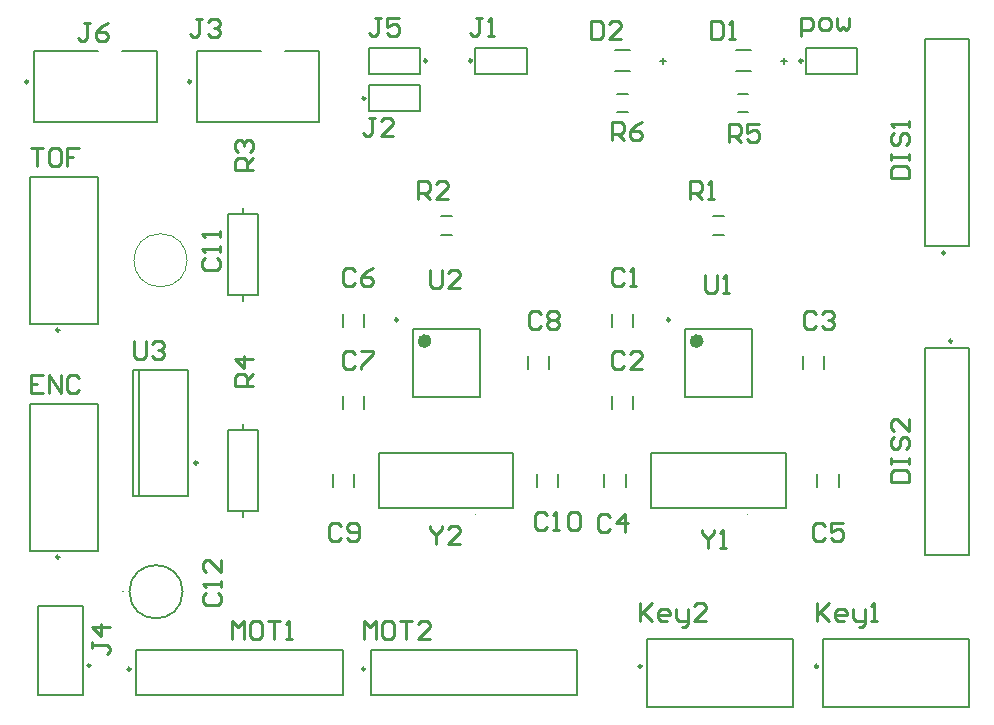
<source format=gto>
G04*
G04 #@! TF.GenerationSoftware,Altium Limited,Altium Designer,22.1.2 (22)*
G04*
G04 Layer_Color=65535*
%FSLAX25Y25*%
%MOIN*%
G70*
G04*
G04 #@! TF.SameCoordinates,E16E6B7E-0D5A-4F64-8BAA-C1CDB9B7C18E*
G04*
G04*
G04 #@! TF.FilePolarity,Positive*
G04*
G01*
G75*
%ADD10C,0.00984*%
%ADD11C,0.00394*%
%ADD12C,0.02362*%
%ADD13C,0.00787*%
%ADD14C,0.01000*%
D10*
X10680Y223108D02*
G03*
X10680Y223108I-492J0D01*
G01*
X318660Y136667D02*
G03*
X318660Y136667I-492J0D01*
G01*
X224565Y143754D02*
G03*
X224565Y143754I-492J0D01*
G01*
X64963Y223108D02*
G03*
X64963Y223108I-492J0D01*
G01*
X133883Y143754D02*
G03*
X133883Y143754I-492J0D01*
G01*
X123075Y217594D02*
G03*
X123075Y217594I-492J0D01*
G01*
X143548Y230108D02*
G03*
X143548Y230108I-492J0D01*
G01*
X268808D02*
G03*
X268808Y230108I-492J0D01*
G01*
X316298Y166037D02*
G03*
X316298Y166037I-492J0D01*
G01*
X44830Y27344D02*
G03*
X44830Y27344I-492J0D01*
G01*
X31453Y28525D02*
G03*
X31453Y28525I-492J0D01*
G01*
X67140Y96108D02*
G03*
X67140Y96108I-492J0D01*
G01*
X21069Y64677D02*
G03*
X21069Y64677I-492J0D01*
G01*
X122987Y27344D02*
G03*
X122987Y27344I-492J0D01*
G01*
X215175Y28230D02*
G03*
X215175Y28230I-492J0D01*
G01*
X273975D02*
G03*
X273975Y28230I-492J0D01*
G01*
X21069Y140334D02*
G03*
X21069Y140334I-492J0D01*
G01*
X158562Y230108D02*
G03*
X158562Y230108I-492J0D01*
G01*
D11*
X250411Y79084D02*
G03*
X250411Y78691I0J-197D01*
G01*
D02*
G03*
X250411Y79084I0J197D01*
G01*
X159730D02*
G03*
X159730Y78691I0J-197D01*
G01*
D02*
G03*
X159730Y79084I0J197D01*
G01*
X54806Y154750D02*
G03*
X54806Y172466I0J8858D01*
G01*
D02*
G03*
X54806Y154750I0J-8858D01*
G01*
X42006Y53108D02*
G03*
X42400Y53108I197J0D01*
G01*
D02*
G03*
X42006Y53108I-197J0D01*
G01*
D12*
X234703Y136667D02*
G03*
X234703Y136667I-1181J0D01*
G01*
X144021D02*
G03*
X144021Y136667I-1181J0D01*
G01*
D13*
X44447Y53108D02*
G03*
X62164Y53108I8858J0D01*
G01*
D02*
G03*
X44447Y53108I-8858J0D01*
G01*
X53495Y209722D02*
Y233502D01*
X12550D02*
X34086D01*
X41960D02*
X53495D01*
X12550Y209722D02*
Y233502D01*
Y209722D02*
X53495D01*
X218462Y99261D02*
X263148D01*
X218462Y80954D02*
Y99261D01*
Y80954D02*
X263148D01*
Y99261D01*
X309506Y134305D02*
X324467D01*
X309506Y65407D02*
Y134305D01*
Y65407D02*
X324467D01*
Y134305D01*
X229585Y118163D02*
X252026D01*
X229585Y140604D02*
X252026D01*
Y118163D02*
Y140604D01*
X229585Y118163D02*
Y140604D01*
X107778Y209722D02*
Y233502D01*
X66833D02*
X88369D01*
X96243D02*
X107778D01*
X66833Y209722D02*
Y233502D01*
Y209722D02*
X107778D01*
X138903Y118163D02*
X161344D01*
X138903Y140604D02*
X161344D01*
Y118163D02*
Y140604D01*
X138903Y118163D02*
Y140604D01*
X247274Y219159D02*
X250802D01*
X247274Y213057D02*
X250802D01*
X207042D02*
X210570D01*
X207042Y219159D02*
X210570D01*
X124257Y213263D02*
Y221925D01*
Y213263D02*
X141383D01*
Y221925D01*
X124257D02*
X141383D01*
Y225777D02*
Y234439D01*
X124257D02*
X141383D01*
X124257Y225777D02*
Y234439D01*
Y225777D02*
X141383D01*
X127781Y99261D02*
X172466D01*
X127781Y80954D02*
Y99261D01*
Y80954D02*
X172466D01*
Y99261D01*
X119458Y87943D02*
Y92273D01*
X112372Y87943D02*
Y92273D01*
X187349Y87943D02*
Y92273D01*
X180262Y87943D02*
Y92273D01*
X205262Y113943D02*
Y118273D01*
X212349Y113943D02*
Y118273D01*
X205262Y141490D02*
Y145821D01*
X212349Y141490D02*
Y145821D01*
X148155Y172131D02*
X152092D01*
X148155Y178430D02*
X152092D01*
X209849Y87943D02*
Y92273D01*
X202762Y87943D02*
Y92273D01*
X269989Y225777D02*
Y234439D01*
Y225777D02*
X287115D01*
Y234439D01*
X269989D02*
X287115D01*
X82306Y149869D02*
Y152133D01*
Y178904D02*
Y181168D01*
X77188Y178904D02*
X87424D01*
X77188Y152133D02*
Y178904D01*
Y152133D02*
X87424D01*
Y178904D01*
X82306Y77866D02*
Y80129D01*
Y106901D02*
Y109165D01*
X77188Y106901D02*
X87424D01*
X77188Y80129D02*
Y106901D01*
Y80129D02*
X87424D01*
Y106901D01*
X222290Y229124D02*
Y231092D01*
X221306Y230108D02*
X223274D01*
X206345Y233651D02*
X211266D01*
X206345Y226565D02*
X211266D01*
X262522Y229124D02*
Y231092D01*
X261538Y230108D02*
X263506D01*
X246577Y233651D02*
X251499D01*
X246577Y226565D02*
X251499D01*
X115529Y141490D02*
Y145821D01*
X122616Y141490D02*
Y145821D01*
X309506Y168399D02*
X324467D01*
Y237297D01*
X309506D02*
X324467D01*
X309506Y168399D02*
Y237297D01*
X46700Y18683D02*
Y33643D01*
Y18683D02*
X115598D01*
Y33643D01*
X46700D02*
X115598D01*
X14130Y18683D02*
X29091D01*
Y48210D01*
X14130D02*
X29091D01*
X14130Y18683D02*
Y48210D01*
X47554Y85045D02*
Y127171D01*
X45585Y85045D02*
Y127171D01*
X64089Y85045D02*
Y127171D01*
X45585Y85045D02*
X64089D01*
X45585Y127171D02*
X64089D01*
X11325Y115661D02*
X33963D01*
X11325Y66842D02*
Y115661D01*
Y66842D02*
X33963D01*
Y115661D01*
X124857Y18683D02*
Y33643D01*
Y18683D02*
X193754D01*
Y33643D01*
X124857D02*
X193754D01*
X265667Y14844D02*
Y37482D01*
X216848D02*
X265667D01*
X216848Y14844D02*
Y37482D01*
Y14844D02*
X265667D01*
X324467D02*
Y37482D01*
X275648D02*
X324467D01*
X275648Y14844D02*
Y37482D01*
Y14844D02*
X324467D01*
X11325Y191319D02*
X33963D01*
X11325Y142500D02*
Y191319D01*
Y142500D02*
X33963D01*
Y191319D01*
X115529Y113943D02*
Y118273D01*
X122616Y113943D02*
Y118273D01*
X177320Y127218D02*
Y131549D01*
X184407Y127218D02*
Y131549D01*
X280849Y87943D02*
Y92273D01*
X273762Y87943D02*
Y92273D01*
X159743Y225777D02*
Y234439D01*
Y225777D02*
X176869D01*
Y234439D01*
X159743D02*
X176869D01*
X238837Y172131D02*
X242774D01*
X238837Y178430D02*
X242774D01*
X269000Y127218D02*
Y131549D01*
X276087Y127218D02*
Y131549D01*
D14*
X268334Y238201D02*
Y244199D01*
X271333D01*
X272333Y243199D01*
Y241200D01*
X271333Y240200D01*
X268334D01*
X275332D02*
X277331D01*
X278331Y241200D01*
Y243199D01*
X277331Y244199D01*
X275332D01*
X274332Y243199D01*
Y241200D01*
X275332Y240200D01*
X280330Y244199D02*
Y241200D01*
X281330Y240200D01*
X282330Y241200D01*
X283329Y240200D01*
X284329Y241200D01*
Y244199D01*
X205307Y203609D02*
Y209607D01*
X208306D01*
X209306Y208607D01*
Y206608D01*
X208306Y205608D01*
X205307D01*
X207307D02*
X209306Y203609D01*
X215304Y209607D02*
X213305Y208607D01*
X211305Y206608D01*
Y204609D01*
X212305Y203609D01*
X214304D01*
X215304Y204609D01*
Y205608D01*
X214304Y206608D01*
X211305D01*
X244307Y203109D02*
Y209107D01*
X247306D01*
X248306Y208107D01*
Y206108D01*
X247306Y205108D01*
X244307D01*
X246306D02*
X248306Y203109D01*
X254304Y209107D02*
X250305D01*
Y206108D01*
X252305Y207108D01*
X253304D01*
X254304Y206108D01*
Y204109D01*
X253304Y203109D01*
X251305D01*
X250305Y204109D01*
X198234Y243398D02*
Y237400D01*
X201233D01*
X202233Y238400D01*
Y242399D01*
X201233Y243398D01*
X198234D01*
X208231Y237400D02*
X204232D01*
X208231Y241399D01*
Y242399D01*
X207231Y243398D01*
X205232D01*
X204232Y242399D01*
X238434Y243398D02*
Y237400D01*
X241433D01*
X242433Y238400D01*
Y242399D01*
X241433Y243398D01*
X238434D01*
X244432Y237400D02*
X246431D01*
X245432D01*
Y243398D01*
X244432Y242399D01*
X46134Y136698D02*
Y131700D01*
X47134Y130700D01*
X49133D01*
X50133Y131700D01*
Y136698D01*
X52132Y135698D02*
X53132Y136698D01*
X55131D01*
X56131Y135698D01*
Y134699D01*
X55131Y133699D01*
X54132D01*
X55131D01*
X56131Y132699D01*
Y131700D01*
X55131Y130700D01*
X53132D01*
X52132Y131700D01*
X85576Y121568D02*
X79578D01*
Y124567D01*
X80578Y125567D01*
X82577D01*
X83577Y124567D01*
Y121568D01*
Y123568D02*
X85576Y125567D01*
Y130566D02*
X79578D01*
X82577Y127567D01*
Y131565D01*
X85602Y193844D02*
X79604D01*
Y196843D01*
X80604Y197842D01*
X82603D01*
X83603Y196843D01*
Y193844D01*
Y195843D02*
X85602Y197842D01*
X80604Y199842D02*
X79604Y200841D01*
Y202841D01*
X80604Y203840D01*
X81604D01*
X82603Y202841D01*
Y201841D01*
Y202841D01*
X83603Y203840D01*
X84603D01*
X85602Y202841D01*
Y200841D01*
X84603Y199842D01*
X32112Y36447D02*
Y34448D01*
Y35447D01*
X37110D01*
X38110Y34448D01*
Y33448D01*
X37110Y32448D01*
X38110Y41445D02*
X32112D01*
X35111Y38446D01*
Y42445D01*
X70119Y52609D02*
X69119Y51609D01*
Y49610D01*
X70119Y48610D01*
X74118D01*
X75117Y49610D01*
Y51609D01*
X74118Y52609D01*
X75117Y54609D02*
Y56608D01*
Y55608D01*
X69119D01*
X70119Y54609D01*
X75117Y63606D02*
Y59607D01*
X71118Y63606D01*
X70119D01*
X69119Y62606D01*
Y60607D01*
X70119Y59607D01*
X69800Y164498D02*
X68800Y163498D01*
Y161499D01*
X69800Y160499D01*
X73799D01*
X74799Y161499D01*
Y163498D01*
X73799Y164498D01*
X74799Y166497D02*
Y168496D01*
Y167497D01*
X68800D01*
X69800Y166497D01*
X74799Y171495D02*
Y173495D01*
Y172495D01*
X68800D01*
X69800Y171495D01*
X122534Y37439D02*
Y43437D01*
X124533Y41437D01*
X126533Y43437D01*
Y37439D01*
X131531Y43437D02*
X129532D01*
X128532Y42437D01*
Y38438D01*
X129532Y37439D01*
X131531D01*
X132531Y38438D01*
Y42437D01*
X131531Y43437D01*
X134530D02*
X138529D01*
X136530D01*
Y37439D01*
X144527D02*
X140528D01*
X144527Y41437D01*
Y42437D01*
X143527Y43437D01*
X141528D01*
X140528Y42437D01*
X78809Y37295D02*
Y43293D01*
X80808Y41294D01*
X82807Y43293D01*
Y37295D01*
X87806Y43293D02*
X85807D01*
X84807Y42294D01*
Y38295D01*
X85807Y37295D01*
X87806D01*
X88806Y38295D01*
Y42294D01*
X87806Y43293D01*
X90805D02*
X94804D01*
X92804D01*
Y37295D01*
X96803D02*
X98802D01*
X97803D01*
Y43293D01*
X96803Y42294D01*
X15533Y125398D02*
X11534D01*
Y119400D01*
X15533D01*
X11534Y122399D02*
X13533D01*
X17532Y119400D02*
Y125398D01*
X21531Y119400D01*
Y125398D01*
X27529Y124398D02*
X26529Y125398D01*
X24530D01*
X23530Y124398D01*
Y120400D01*
X24530Y119400D01*
X26529D01*
X27529Y120400D01*
X214734Y49298D02*
Y43300D01*
Y45299D01*
X218733Y49298D01*
X215734Y46299D01*
X218733Y43300D01*
X223731D02*
X221732D01*
X220732Y44300D01*
Y46299D01*
X221732Y47299D01*
X223731D01*
X224731Y46299D01*
Y45299D01*
X220732D01*
X226730Y47299D02*
Y44300D01*
X227730Y43300D01*
X230729D01*
Y42300D01*
X229729Y41301D01*
X228730D01*
X230729Y43300D02*
Y47299D01*
X236727Y43300D02*
X232728D01*
X236727Y47299D01*
Y48298D01*
X235727Y49298D01*
X233728D01*
X232728Y48298D01*
X273534Y49298D02*
Y43300D01*
Y45299D01*
X277533Y49298D01*
X274534Y46299D01*
X277533Y43300D01*
X282531D02*
X280532D01*
X279532Y44300D01*
Y46299D01*
X280532Y47299D01*
X282531D01*
X283531Y46299D01*
Y45299D01*
X279532D01*
X285530Y47299D02*
Y44300D01*
X286530Y43300D01*
X289529D01*
Y42300D01*
X288529Y41301D01*
X287530D01*
X289529Y43300D02*
Y47299D01*
X291528Y43300D02*
X293528D01*
X292528D01*
Y49298D01*
X291528Y48298D01*
X11534Y201098D02*
X15533D01*
X13533D01*
Y195100D01*
X20531Y201098D02*
X18532D01*
X17532Y200098D01*
Y196100D01*
X18532Y195100D01*
X20531D01*
X21531Y196100D01*
Y200098D01*
X20531Y201098D01*
X27529D02*
X23530D01*
Y198099D01*
X25530D01*
X23530D01*
Y195100D01*
X298306Y89611D02*
X304305D01*
Y92610D01*
X303305Y93610D01*
X299306D01*
X298306Y92610D01*
Y89611D01*
Y95609D02*
Y97609D01*
Y96609D01*
X304305D01*
Y95609D01*
Y97609D01*
X299306Y104606D02*
X298306Y103607D01*
Y101608D01*
X299306Y100608D01*
X300306D01*
X301306Y101608D01*
Y103607D01*
X302305Y104606D01*
X303305D01*
X304305Y103607D01*
Y101608D01*
X303305Y100608D01*
X304305Y110605D02*
Y106606D01*
X300306Y110605D01*
X299306D01*
X298306Y109605D01*
Y107606D01*
X299306Y106606D01*
X298306Y191111D02*
X304305D01*
Y194110D01*
X303305Y195110D01*
X299306D01*
X298306Y194110D01*
Y191111D01*
Y197109D02*
Y199109D01*
Y198109D01*
X304305D01*
Y197109D01*
Y199109D01*
X299306Y206106D02*
X298306Y205107D01*
Y203107D01*
X299306Y202108D01*
X300306D01*
X301306Y203107D01*
Y205107D01*
X302305Y206106D01*
X303305D01*
X304305Y205107D01*
Y203107D01*
X303305Y202108D01*
X304305Y208106D02*
Y210105D01*
Y209105D01*
X298306D01*
X299306Y208106D01*
X144807Y75107D02*
Y74107D01*
X146807Y72108D01*
X148806Y74107D01*
Y75107D01*
X146807Y72108D02*
Y69109D01*
X154804D02*
X150805D01*
X154804Y73108D01*
Y74107D01*
X153804Y75107D01*
X151805D01*
X150805Y74107D01*
X144764Y160478D02*
Y155480D01*
X145764Y154480D01*
X147764D01*
X148763Y155480D01*
Y160478D01*
X154761Y154480D02*
X150763D01*
X154761Y158479D01*
Y159479D01*
X153762Y160478D01*
X151762D01*
X150763Y159479D01*
X140634Y183900D02*
Y189898D01*
X143633D01*
X144633Y188898D01*
Y186899D01*
X143633Y185899D01*
X140634D01*
X142633D02*
X144633Y183900D01*
X150631D02*
X146632D01*
X150631Y187899D01*
Y188898D01*
X149631Y189898D01*
X147632D01*
X146632Y188898D01*
X31306Y242607D02*
X29307D01*
X30306D01*
Y237609D01*
X29307Y236609D01*
X28307D01*
X27307Y237609D01*
X37304Y242607D02*
X35305Y241607D01*
X33305Y239608D01*
Y237609D01*
X34305Y236609D01*
X36304D01*
X37304Y237609D01*
Y238608D01*
X36304Y239608D01*
X33305D01*
X128433Y244220D02*
X126434D01*
X127433D01*
Y239222D01*
X126434Y238222D01*
X125434D01*
X124434Y239222D01*
X134431Y244220D02*
X130432D01*
Y241221D01*
X132431Y242221D01*
X133431D01*
X134431Y241221D01*
Y239222D01*
X133431Y238222D01*
X131432D01*
X130432Y239222D01*
X183807Y78607D02*
X182807Y79607D01*
X180808D01*
X179808Y78607D01*
Y74609D01*
X180808Y73609D01*
X182807D01*
X183807Y74609D01*
X185806Y73609D02*
X187805D01*
X186806D01*
Y79607D01*
X185806Y78607D01*
X190804D02*
X191804Y79607D01*
X193804D01*
X194803Y78607D01*
Y74609D01*
X193804Y73609D01*
X191804D01*
X190804Y74609D01*
Y78607D01*
X114915Y75107D02*
X113916Y76107D01*
X111916D01*
X110917Y75107D01*
Y71109D01*
X111916Y70109D01*
X113916D01*
X114915Y71109D01*
X116915D02*
X117914Y70109D01*
X119914D01*
X120914Y71109D01*
Y75107D01*
X119914Y76107D01*
X117914D01*
X116915Y75107D01*
Y74108D01*
X117914Y73108D01*
X120914D01*
X181533Y145638D02*
X180533Y146638D01*
X178534D01*
X177534Y145638D01*
Y141639D01*
X178534Y140639D01*
X180533D01*
X181533Y141639D01*
X183532Y145638D02*
X184532Y146638D01*
X186531D01*
X187531Y145638D01*
Y144638D01*
X186531Y143639D01*
X187531Y142639D01*
Y141639D01*
X186531Y140639D01*
X184532D01*
X183532Y141639D01*
Y142639D01*
X184532Y143639D01*
X183532Y144638D01*
Y145638D01*
X184532Y143639D02*
X186531D01*
X119700Y132398D02*
X118700Y133398D01*
X116701D01*
X115701Y132398D01*
Y128400D01*
X116701Y127400D01*
X118700D01*
X119700Y128400D01*
X121699Y133398D02*
X125698D01*
Y132398D01*
X121699Y128400D01*
Y127400D01*
X119733Y159898D02*
X118733Y160898D01*
X116734D01*
X115734Y159898D01*
Y155900D01*
X116734Y154900D01*
X118733D01*
X119733Y155900D01*
X125731Y160898D02*
X123732Y159898D01*
X121732Y157899D01*
Y155900D01*
X122732Y154900D01*
X124731D01*
X125731Y155900D01*
Y156899D01*
X124731Y157899D01*
X121732D01*
X235219Y73852D02*
Y72852D01*
X237219Y70853D01*
X239218Y72852D01*
Y73852D01*
X237219Y70853D02*
Y67853D01*
X241217D02*
X243217D01*
X242217D01*
Y73852D01*
X241217Y72852D01*
X236307Y158607D02*
Y153609D01*
X237306Y152609D01*
X239306D01*
X240306Y153609D01*
Y158607D01*
X242305Y152609D02*
X244304D01*
X243305D01*
Y158607D01*
X242305Y157607D01*
X231234Y183900D02*
Y189898D01*
X234233D01*
X235233Y188898D01*
Y186899D01*
X234233Y185899D01*
X231234D01*
X233233D02*
X235233Y183900D01*
X237232D02*
X239232D01*
X238232D01*
Y189898D01*
X237232Y188898D01*
X68533Y243898D02*
X66533D01*
X67533D01*
Y238900D01*
X66533Y237900D01*
X65534D01*
X64534Y238900D01*
X70532Y242898D02*
X71532Y243898D01*
X73531D01*
X74531Y242898D01*
Y241899D01*
X73531Y240899D01*
X72531D01*
X73531D01*
X74531Y239899D01*
Y238900D01*
X73531Y237900D01*
X71532D01*
X70532Y238900D01*
X126306Y211107D02*
X124306D01*
X125306D01*
Y206109D01*
X124306Y205109D01*
X123307D01*
X122307Y206109D01*
X132304Y205109D02*
X128305D01*
X132304Y209108D01*
Y210107D01*
X131304Y211107D01*
X129305D01*
X128305Y210107D01*
X162133Y244198D02*
X160134D01*
X161133D01*
Y239200D01*
X160134Y238200D01*
X159134D01*
X158134Y239200D01*
X164132Y238200D02*
X166131D01*
X165132D01*
Y244198D01*
X164132Y243198D01*
X209433Y132398D02*
X208433Y133398D01*
X206434D01*
X205434Y132398D01*
Y128400D01*
X206434Y127400D01*
X208433D01*
X209433Y128400D01*
X215431Y127400D02*
X211432D01*
X215431Y131399D01*
Y132398D01*
X214431Y133398D01*
X212432D01*
X211432Y132398D01*
X273233Y145638D02*
X272233Y146638D01*
X270234D01*
X269234Y145638D01*
Y141639D01*
X270234Y140639D01*
X272233D01*
X273233Y141639D01*
X275232Y145638D02*
X276232Y146638D01*
X278231D01*
X279231Y145638D01*
Y144638D01*
X278231Y143639D01*
X277232D01*
X278231D01*
X279231Y142639D01*
Y141639D01*
X278231Y140639D01*
X276232D01*
X275232Y141639D01*
X209433Y159898D02*
X208433Y160898D01*
X206434D01*
X205434Y159898D01*
Y155900D01*
X206434Y154900D01*
X208433D01*
X209433Y155900D01*
X211432Y154900D02*
X213432D01*
X212432D01*
Y160898D01*
X211432Y159898D01*
X204806Y78107D02*
X203806Y79107D01*
X201807D01*
X200807Y78107D01*
Y74109D01*
X201807Y73109D01*
X203806D01*
X204806Y74109D01*
X209804Y73109D02*
Y79107D01*
X206805Y76108D01*
X210804D01*
X276306Y75107D02*
X275306Y76107D01*
X273307D01*
X272307Y75107D01*
Y71109D01*
X273307Y70109D01*
X275306D01*
X276306Y71109D01*
X282304Y76107D02*
X278305D01*
Y73108D01*
X280305Y74108D01*
X281304D01*
X282304Y73108D01*
Y71109D01*
X281304Y70109D01*
X279305D01*
X278305Y71109D01*
M02*

</source>
